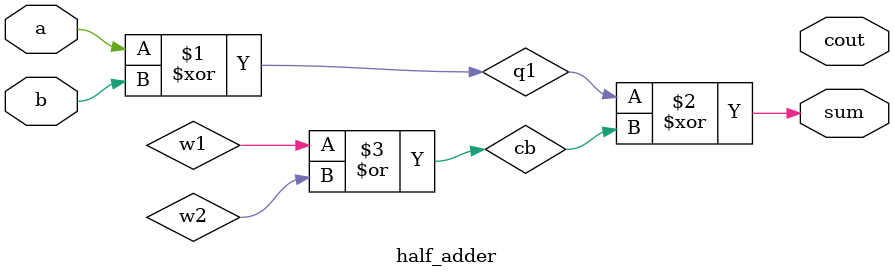
<source format=v>
module half_adder( 
input a, b,
output cout, sum );
// Design implementation of a half adder.
xor(q1, a, b); // Compute between a and b
xor(sum, q1, cb); // Compute the sum of a and b
or(cb, w1, w2); // Compute the carry-out of the sum. The carry-out is computed as the OR of w1 and w2.
endmodule

</source>
